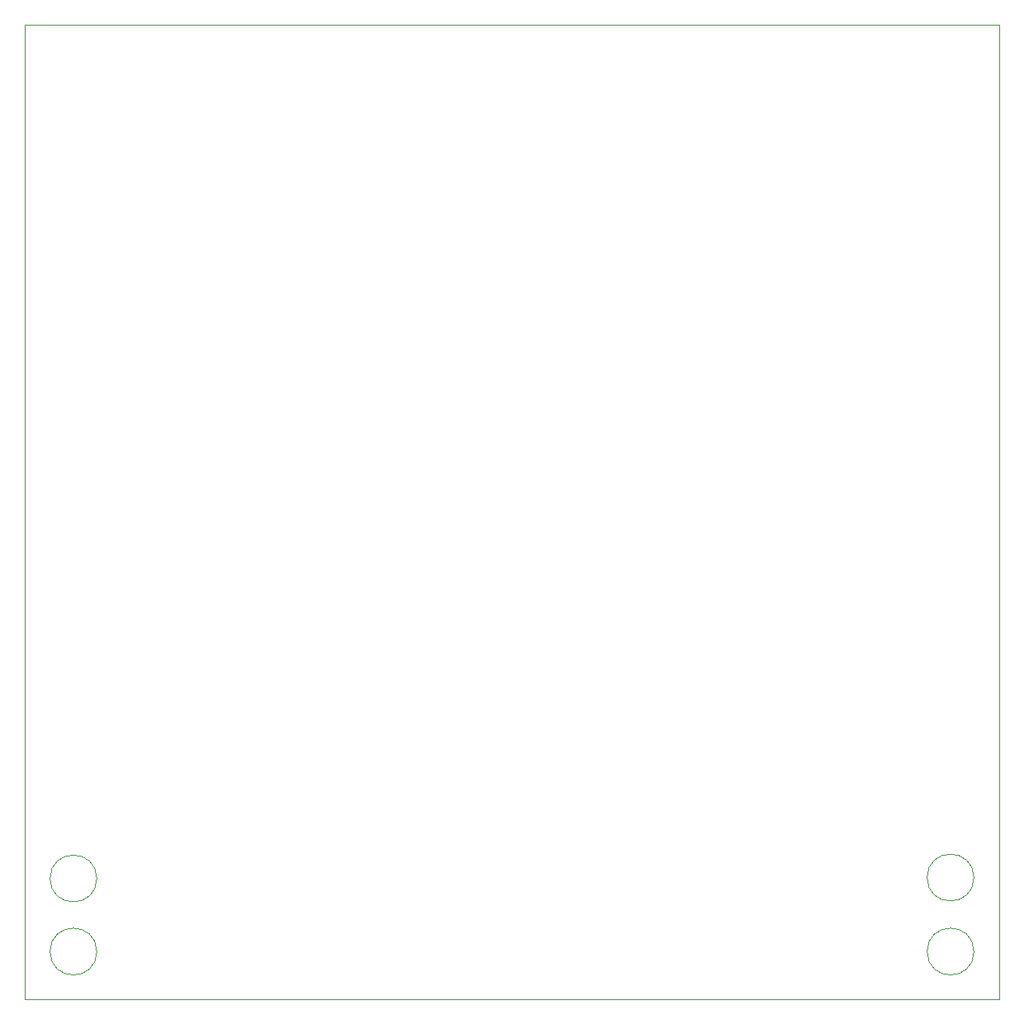
<source format=gm1>
G04 #@! TF.GenerationSoftware,KiCad,Pcbnew,(6.0.0)*
G04 #@! TF.CreationDate,2022-03-01T21:04:48+01:00*
G04 #@! TF.ProjectId,Keyboard_v2,4b657962-6f61-4726-945f-76322e6b6963,rev?*
G04 #@! TF.SameCoordinates,Original*
G04 #@! TF.FileFunction,Profile,NP*
%FSLAX46Y46*%
G04 Gerber Fmt 4.6, Leading zero omitted, Abs format (unit mm)*
G04 Created by KiCad (PCBNEW (6.0.0)) date 2022-03-01 21:04:48*
%MOMM*%
%LPD*%
G01*
G04 APERTURE LIST*
G04 #@! TA.AperFunction,Profile*
%ADD10C,0.050000*%
G04 #@! TD*
G04 APERTURE END LIST*
D10*
X184745000Y-143405000D02*
X84745000Y-143405000D01*
X92150000Y-138500000D02*
G75*
G03*
X92150000Y-138500000I-2400000J0D01*
G01*
X182150000Y-138500000D02*
G75*
G03*
X182150000Y-138500000I-2400000J0D01*
G01*
X182145000Y-130905000D02*
G75*
G03*
X182145000Y-130905000I-2400000J0D01*
G01*
X84745000Y-43405000D02*
X184745000Y-43405000D01*
X84745000Y-143405000D02*
X84745000Y-43405000D01*
X184745000Y-43405000D02*
X184745000Y-143405000D01*
X92150000Y-131000000D02*
G75*
G03*
X92150000Y-131000000I-2400000J0D01*
G01*
M02*

</source>
